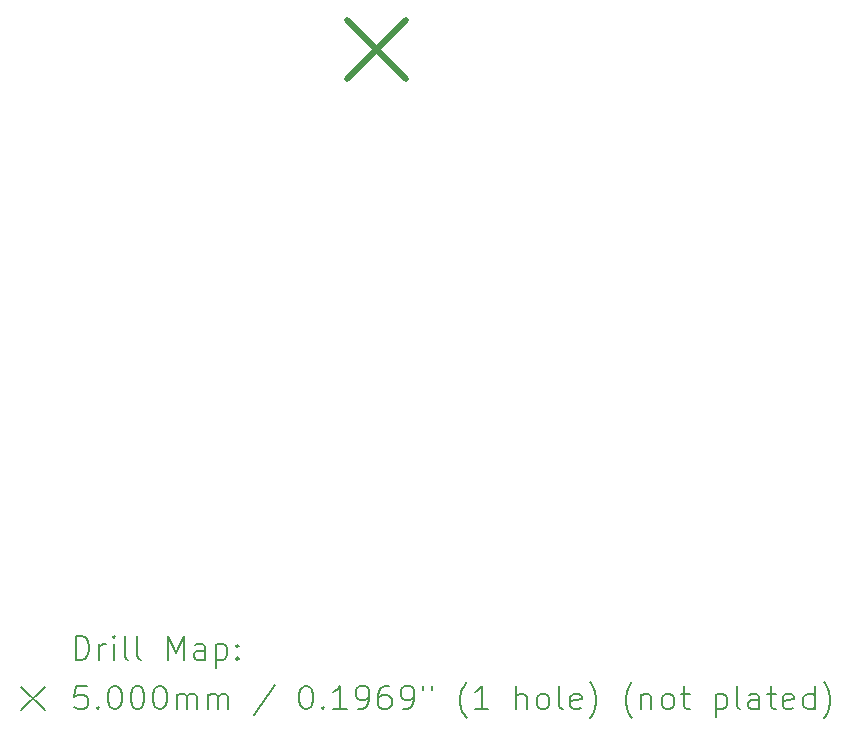
<source format=gbr>
%FSLAX45Y45*%
G04 Gerber Fmt 4.5, Leading zero omitted, Abs format (unit mm)*
G04 Created by KiCad (PCBNEW 6.0.2+dfsg-1) date 2025-05-07 23:53:28*
%MOMM*%
%LPD*%
G01*
G04 APERTURE LIST*
%ADD10C,0.200000*%
%ADD11C,0.500000*%
G04 APERTURE END LIST*
D10*
D11*
X14575310Y-9175960D02*
X15075310Y-9675960D01*
X15075310Y-9175960D02*
X14575310Y-9675960D01*
D10*
X12280429Y-14588936D02*
X12280429Y-14388936D01*
X12328048Y-14388936D01*
X12356619Y-14398460D01*
X12375667Y-14417508D01*
X12385191Y-14436555D01*
X12394715Y-14474650D01*
X12394715Y-14503222D01*
X12385191Y-14541317D01*
X12375667Y-14560365D01*
X12356619Y-14579412D01*
X12328048Y-14588936D01*
X12280429Y-14588936D01*
X12480429Y-14588936D02*
X12480429Y-14455603D01*
X12480429Y-14493698D02*
X12489953Y-14474650D01*
X12499477Y-14465127D01*
X12518524Y-14455603D01*
X12537572Y-14455603D01*
X12604238Y-14588936D02*
X12604238Y-14455603D01*
X12604238Y-14388936D02*
X12594715Y-14398460D01*
X12604238Y-14407984D01*
X12613762Y-14398460D01*
X12604238Y-14388936D01*
X12604238Y-14407984D01*
X12728048Y-14588936D02*
X12709000Y-14579412D01*
X12699477Y-14560365D01*
X12699477Y-14388936D01*
X12832810Y-14588936D02*
X12813762Y-14579412D01*
X12804238Y-14560365D01*
X12804238Y-14388936D01*
X13061381Y-14588936D02*
X13061381Y-14388936D01*
X13128048Y-14531793D01*
X13194715Y-14388936D01*
X13194715Y-14588936D01*
X13375667Y-14588936D02*
X13375667Y-14484174D01*
X13366143Y-14465127D01*
X13347096Y-14455603D01*
X13309000Y-14455603D01*
X13289953Y-14465127D01*
X13375667Y-14579412D02*
X13356619Y-14588936D01*
X13309000Y-14588936D01*
X13289953Y-14579412D01*
X13280429Y-14560365D01*
X13280429Y-14541317D01*
X13289953Y-14522269D01*
X13309000Y-14512746D01*
X13356619Y-14512746D01*
X13375667Y-14503222D01*
X13470905Y-14455603D02*
X13470905Y-14655603D01*
X13470905Y-14465127D02*
X13489953Y-14455603D01*
X13528048Y-14455603D01*
X13547096Y-14465127D01*
X13556619Y-14474650D01*
X13566143Y-14493698D01*
X13566143Y-14550841D01*
X13556619Y-14569888D01*
X13547096Y-14579412D01*
X13528048Y-14588936D01*
X13489953Y-14588936D01*
X13470905Y-14579412D01*
X13651858Y-14569888D02*
X13661381Y-14579412D01*
X13651858Y-14588936D01*
X13642334Y-14579412D01*
X13651858Y-14569888D01*
X13651858Y-14588936D01*
X13651858Y-14465127D02*
X13661381Y-14474650D01*
X13651858Y-14484174D01*
X13642334Y-14474650D01*
X13651858Y-14465127D01*
X13651858Y-14484174D01*
X11822810Y-14818460D02*
X12022810Y-15018460D01*
X12022810Y-14818460D02*
X11822810Y-15018460D01*
X12375667Y-14808936D02*
X12280429Y-14808936D01*
X12270905Y-14904174D01*
X12280429Y-14894650D01*
X12299477Y-14885127D01*
X12347096Y-14885127D01*
X12366143Y-14894650D01*
X12375667Y-14904174D01*
X12385191Y-14923222D01*
X12385191Y-14970841D01*
X12375667Y-14989888D01*
X12366143Y-14999412D01*
X12347096Y-15008936D01*
X12299477Y-15008936D01*
X12280429Y-14999412D01*
X12270905Y-14989888D01*
X12470905Y-14989888D02*
X12480429Y-14999412D01*
X12470905Y-15008936D01*
X12461381Y-14999412D01*
X12470905Y-14989888D01*
X12470905Y-15008936D01*
X12604238Y-14808936D02*
X12623286Y-14808936D01*
X12642334Y-14818460D01*
X12651858Y-14827984D01*
X12661381Y-14847031D01*
X12670905Y-14885127D01*
X12670905Y-14932746D01*
X12661381Y-14970841D01*
X12651858Y-14989888D01*
X12642334Y-14999412D01*
X12623286Y-15008936D01*
X12604238Y-15008936D01*
X12585191Y-14999412D01*
X12575667Y-14989888D01*
X12566143Y-14970841D01*
X12556619Y-14932746D01*
X12556619Y-14885127D01*
X12566143Y-14847031D01*
X12575667Y-14827984D01*
X12585191Y-14818460D01*
X12604238Y-14808936D01*
X12794715Y-14808936D02*
X12813762Y-14808936D01*
X12832810Y-14818460D01*
X12842334Y-14827984D01*
X12851858Y-14847031D01*
X12861381Y-14885127D01*
X12861381Y-14932746D01*
X12851858Y-14970841D01*
X12842334Y-14989888D01*
X12832810Y-14999412D01*
X12813762Y-15008936D01*
X12794715Y-15008936D01*
X12775667Y-14999412D01*
X12766143Y-14989888D01*
X12756619Y-14970841D01*
X12747096Y-14932746D01*
X12747096Y-14885127D01*
X12756619Y-14847031D01*
X12766143Y-14827984D01*
X12775667Y-14818460D01*
X12794715Y-14808936D01*
X12985191Y-14808936D02*
X13004238Y-14808936D01*
X13023286Y-14818460D01*
X13032810Y-14827984D01*
X13042334Y-14847031D01*
X13051858Y-14885127D01*
X13051858Y-14932746D01*
X13042334Y-14970841D01*
X13032810Y-14989888D01*
X13023286Y-14999412D01*
X13004238Y-15008936D01*
X12985191Y-15008936D01*
X12966143Y-14999412D01*
X12956619Y-14989888D01*
X12947096Y-14970841D01*
X12937572Y-14932746D01*
X12937572Y-14885127D01*
X12947096Y-14847031D01*
X12956619Y-14827984D01*
X12966143Y-14818460D01*
X12985191Y-14808936D01*
X13137572Y-15008936D02*
X13137572Y-14875603D01*
X13137572Y-14894650D02*
X13147096Y-14885127D01*
X13166143Y-14875603D01*
X13194715Y-14875603D01*
X13213762Y-14885127D01*
X13223286Y-14904174D01*
X13223286Y-15008936D01*
X13223286Y-14904174D02*
X13232810Y-14885127D01*
X13251858Y-14875603D01*
X13280429Y-14875603D01*
X13299477Y-14885127D01*
X13309000Y-14904174D01*
X13309000Y-15008936D01*
X13404238Y-15008936D02*
X13404238Y-14875603D01*
X13404238Y-14894650D02*
X13413762Y-14885127D01*
X13432810Y-14875603D01*
X13461381Y-14875603D01*
X13480429Y-14885127D01*
X13489953Y-14904174D01*
X13489953Y-15008936D01*
X13489953Y-14904174D02*
X13499477Y-14885127D01*
X13518524Y-14875603D01*
X13547096Y-14875603D01*
X13566143Y-14885127D01*
X13575667Y-14904174D01*
X13575667Y-15008936D01*
X13966143Y-14799412D02*
X13794715Y-15056555D01*
X14223286Y-14808936D02*
X14242334Y-14808936D01*
X14261381Y-14818460D01*
X14270905Y-14827984D01*
X14280429Y-14847031D01*
X14289953Y-14885127D01*
X14289953Y-14932746D01*
X14280429Y-14970841D01*
X14270905Y-14989888D01*
X14261381Y-14999412D01*
X14242334Y-15008936D01*
X14223286Y-15008936D01*
X14204238Y-14999412D01*
X14194715Y-14989888D01*
X14185191Y-14970841D01*
X14175667Y-14932746D01*
X14175667Y-14885127D01*
X14185191Y-14847031D01*
X14194715Y-14827984D01*
X14204238Y-14818460D01*
X14223286Y-14808936D01*
X14375667Y-14989888D02*
X14385191Y-14999412D01*
X14375667Y-15008936D01*
X14366143Y-14999412D01*
X14375667Y-14989888D01*
X14375667Y-15008936D01*
X14575667Y-15008936D02*
X14461381Y-15008936D01*
X14518524Y-15008936D02*
X14518524Y-14808936D01*
X14499477Y-14837508D01*
X14480429Y-14856555D01*
X14461381Y-14866079D01*
X14670905Y-15008936D02*
X14709000Y-15008936D01*
X14728048Y-14999412D01*
X14737572Y-14989888D01*
X14756619Y-14961317D01*
X14766143Y-14923222D01*
X14766143Y-14847031D01*
X14756619Y-14827984D01*
X14747096Y-14818460D01*
X14728048Y-14808936D01*
X14689953Y-14808936D01*
X14670905Y-14818460D01*
X14661381Y-14827984D01*
X14651858Y-14847031D01*
X14651858Y-14894650D01*
X14661381Y-14913698D01*
X14670905Y-14923222D01*
X14689953Y-14932746D01*
X14728048Y-14932746D01*
X14747096Y-14923222D01*
X14756619Y-14913698D01*
X14766143Y-14894650D01*
X14937572Y-14808936D02*
X14899477Y-14808936D01*
X14880429Y-14818460D01*
X14870905Y-14827984D01*
X14851858Y-14856555D01*
X14842334Y-14894650D01*
X14842334Y-14970841D01*
X14851858Y-14989888D01*
X14861381Y-14999412D01*
X14880429Y-15008936D01*
X14918524Y-15008936D01*
X14937572Y-14999412D01*
X14947096Y-14989888D01*
X14956619Y-14970841D01*
X14956619Y-14923222D01*
X14947096Y-14904174D01*
X14937572Y-14894650D01*
X14918524Y-14885127D01*
X14880429Y-14885127D01*
X14861381Y-14894650D01*
X14851858Y-14904174D01*
X14842334Y-14923222D01*
X15051858Y-15008936D02*
X15089953Y-15008936D01*
X15109000Y-14999412D01*
X15118524Y-14989888D01*
X15137572Y-14961317D01*
X15147096Y-14923222D01*
X15147096Y-14847031D01*
X15137572Y-14827984D01*
X15128048Y-14818460D01*
X15109000Y-14808936D01*
X15070905Y-14808936D01*
X15051858Y-14818460D01*
X15042334Y-14827984D01*
X15032810Y-14847031D01*
X15032810Y-14894650D01*
X15042334Y-14913698D01*
X15051858Y-14923222D01*
X15070905Y-14932746D01*
X15109000Y-14932746D01*
X15128048Y-14923222D01*
X15137572Y-14913698D01*
X15147096Y-14894650D01*
X15223286Y-14808936D02*
X15223286Y-14847031D01*
X15299477Y-14808936D02*
X15299477Y-14847031D01*
X15594715Y-15085127D02*
X15585191Y-15075603D01*
X15566143Y-15047031D01*
X15556619Y-15027984D01*
X15547096Y-14999412D01*
X15537572Y-14951793D01*
X15537572Y-14913698D01*
X15547096Y-14866079D01*
X15556619Y-14837508D01*
X15566143Y-14818460D01*
X15585191Y-14789888D01*
X15594715Y-14780365D01*
X15775667Y-15008936D02*
X15661381Y-15008936D01*
X15718524Y-15008936D02*
X15718524Y-14808936D01*
X15699477Y-14837508D01*
X15680429Y-14856555D01*
X15661381Y-14866079D01*
X16013762Y-15008936D02*
X16013762Y-14808936D01*
X16099477Y-15008936D02*
X16099477Y-14904174D01*
X16089953Y-14885127D01*
X16070905Y-14875603D01*
X16042334Y-14875603D01*
X16023286Y-14885127D01*
X16013762Y-14894650D01*
X16223286Y-15008936D02*
X16204238Y-14999412D01*
X16194715Y-14989888D01*
X16185191Y-14970841D01*
X16185191Y-14913698D01*
X16194715Y-14894650D01*
X16204238Y-14885127D01*
X16223286Y-14875603D01*
X16251858Y-14875603D01*
X16270905Y-14885127D01*
X16280429Y-14894650D01*
X16289953Y-14913698D01*
X16289953Y-14970841D01*
X16280429Y-14989888D01*
X16270905Y-14999412D01*
X16251858Y-15008936D01*
X16223286Y-15008936D01*
X16404238Y-15008936D02*
X16385191Y-14999412D01*
X16375667Y-14980365D01*
X16375667Y-14808936D01*
X16556619Y-14999412D02*
X16537572Y-15008936D01*
X16499477Y-15008936D01*
X16480429Y-14999412D01*
X16470905Y-14980365D01*
X16470905Y-14904174D01*
X16480429Y-14885127D01*
X16499477Y-14875603D01*
X16537572Y-14875603D01*
X16556619Y-14885127D01*
X16566143Y-14904174D01*
X16566143Y-14923222D01*
X16470905Y-14942269D01*
X16632810Y-15085127D02*
X16642334Y-15075603D01*
X16661381Y-15047031D01*
X16670905Y-15027984D01*
X16680429Y-14999412D01*
X16689953Y-14951793D01*
X16689953Y-14913698D01*
X16680429Y-14866079D01*
X16670905Y-14837508D01*
X16661381Y-14818460D01*
X16642334Y-14789888D01*
X16632810Y-14780365D01*
X16994715Y-15085127D02*
X16985191Y-15075603D01*
X16966143Y-15047031D01*
X16956620Y-15027984D01*
X16947096Y-14999412D01*
X16937572Y-14951793D01*
X16937572Y-14913698D01*
X16947096Y-14866079D01*
X16956620Y-14837508D01*
X16966143Y-14818460D01*
X16985191Y-14789888D01*
X16994715Y-14780365D01*
X17070905Y-14875603D02*
X17070905Y-15008936D01*
X17070905Y-14894650D02*
X17080429Y-14885127D01*
X17099477Y-14875603D01*
X17128048Y-14875603D01*
X17147096Y-14885127D01*
X17156620Y-14904174D01*
X17156620Y-15008936D01*
X17280429Y-15008936D02*
X17261381Y-14999412D01*
X17251858Y-14989888D01*
X17242334Y-14970841D01*
X17242334Y-14913698D01*
X17251858Y-14894650D01*
X17261381Y-14885127D01*
X17280429Y-14875603D01*
X17309000Y-14875603D01*
X17328048Y-14885127D01*
X17337572Y-14894650D01*
X17347096Y-14913698D01*
X17347096Y-14970841D01*
X17337572Y-14989888D01*
X17328048Y-14999412D01*
X17309000Y-15008936D01*
X17280429Y-15008936D01*
X17404239Y-14875603D02*
X17480429Y-14875603D01*
X17432810Y-14808936D02*
X17432810Y-14980365D01*
X17442334Y-14999412D01*
X17461381Y-15008936D01*
X17480429Y-15008936D01*
X17699477Y-14875603D02*
X17699477Y-15075603D01*
X17699477Y-14885127D02*
X17718524Y-14875603D01*
X17756620Y-14875603D01*
X17775667Y-14885127D01*
X17785191Y-14894650D01*
X17794715Y-14913698D01*
X17794715Y-14970841D01*
X17785191Y-14989888D01*
X17775667Y-14999412D01*
X17756620Y-15008936D01*
X17718524Y-15008936D01*
X17699477Y-14999412D01*
X17909000Y-15008936D02*
X17889953Y-14999412D01*
X17880429Y-14980365D01*
X17880429Y-14808936D01*
X18070905Y-15008936D02*
X18070905Y-14904174D01*
X18061381Y-14885127D01*
X18042334Y-14875603D01*
X18004239Y-14875603D01*
X17985191Y-14885127D01*
X18070905Y-14999412D02*
X18051858Y-15008936D01*
X18004239Y-15008936D01*
X17985191Y-14999412D01*
X17975667Y-14980365D01*
X17975667Y-14961317D01*
X17985191Y-14942269D01*
X18004239Y-14932746D01*
X18051858Y-14932746D01*
X18070905Y-14923222D01*
X18137572Y-14875603D02*
X18213762Y-14875603D01*
X18166143Y-14808936D02*
X18166143Y-14980365D01*
X18175667Y-14999412D01*
X18194715Y-15008936D01*
X18213762Y-15008936D01*
X18356620Y-14999412D02*
X18337572Y-15008936D01*
X18299477Y-15008936D01*
X18280429Y-14999412D01*
X18270905Y-14980365D01*
X18270905Y-14904174D01*
X18280429Y-14885127D01*
X18299477Y-14875603D01*
X18337572Y-14875603D01*
X18356620Y-14885127D01*
X18366143Y-14904174D01*
X18366143Y-14923222D01*
X18270905Y-14942269D01*
X18537572Y-15008936D02*
X18537572Y-14808936D01*
X18537572Y-14999412D02*
X18518524Y-15008936D01*
X18480429Y-15008936D01*
X18461381Y-14999412D01*
X18451858Y-14989888D01*
X18442334Y-14970841D01*
X18442334Y-14913698D01*
X18451858Y-14894650D01*
X18461381Y-14885127D01*
X18480429Y-14875603D01*
X18518524Y-14875603D01*
X18537572Y-14885127D01*
X18613762Y-15085127D02*
X18623286Y-15075603D01*
X18642334Y-15047031D01*
X18651858Y-15027984D01*
X18661381Y-14999412D01*
X18670905Y-14951793D01*
X18670905Y-14913698D01*
X18661381Y-14866079D01*
X18651858Y-14837508D01*
X18642334Y-14818460D01*
X18623286Y-14789888D01*
X18613762Y-14780365D01*
M02*

</source>
